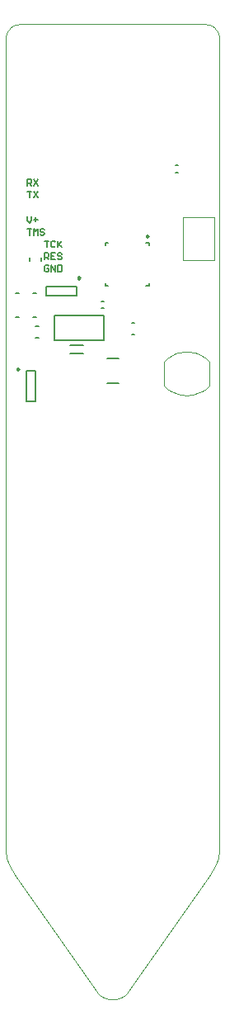
<source format=gto>
G04*
G04 #@! TF.GenerationSoftware,Altium Limited,Altium Designer,19.1.5 (86)*
G04*
G04 Layer_Color=65535*
%FSLAX25Y25*%
%MOIN*%
G70*
G01*
G75*
%ADD10C,0.00984*%
%ADD11C,0.00394*%
%ADD12C,0.00394*%
%ADD13C,0.00787*%
%ADD14C,0.00600*%
%ADD15C,0.00050*%
D10*
X57899Y308194D02*
X57161Y308621D01*
Y307768D01*
X57899Y308194D01*
X5424Y254574D02*
X4685Y255001D01*
Y254148D01*
X5424Y254574D01*
X30179Y291413D02*
X29441Y291840D01*
Y290987D01*
X30179Y291413D01*
D11*
X73840Y283971D02*
D03*
X14174Y275612D02*
D03*
X33229Y260728D02*
D03*
D12*
X64048Y247779D02*
X64765Y247113D01*
X65530Y246503D01*
X66339Y245952D01*
X67186Y245463D01*
X68068Y245038D01*
X68979Y244681D01*
X69914Y244392D01*
X70868Y244175D01*
X71835Y244029D01*
X72811Y243956D01*
X73789D01*
X74765Y244029D01*
X75732Y244175D01*
X76687Y244392D01*
X77622Y244681D01*
X78532Y245038D01*
X79414Y245463D01*
X80261Y245952D01*
X81070Y246503D01*
X81835Y247113D01*
X82552Y247779D01*
X82552Y257621D02*
X81835Y258287D01*
X81070Y258897D01*
X80261Y259448D01*
X79414Y259937D01*
X78532Y260362D01*
X77622Y260719D01*
X76687Y261008D01*
X75732Y261225D01*
X74765Y261371D01*
X73789Y261444D01*
X72811D01*
X71835Y261371D01*
X70868Y261226D01*
X69914Y261008D01*
X68979Y260719D01*
X68068Y260362D01*
X67186Y259937D01*
X66339Y259448D01*
X65530Y258897D01*
X64765Y258287D01*
X64048Y257621D01*
X84591Y298670D02*
Y315993D01*
X71992Y298670D02*
X84591D01*
X71992D02*
Y315993D01*
X84591D01*
X64048Y247779D02*
Y257621D01*
X82552Y247779D02*
Y257621D01*
D13*
X68709Y333943D02*
X69890D01*
X68709Y336857D02*
X69890D01*
X40478Y304553D02*
Y305635D01*
X41561D01*
X40478Y288116D02*
Y289198D01*
Y288116D02*
X41561D01*
X56915D02*
X57998D01*
Y289198D01*
Y304553D02*
Y305635D01*
X56915D02*
X57998D01*
X38709Y281957D02*
X39891D01*
X38709Y279043D02*
X39891D01*
X51109Y268458D02*
X52290D01*
X51109Y273143D02*
X52290D01*
X8475Y241582D02*
X12018D01*
X8475Y253787D02*
X12018D01*
Y241582D02*
Y253787D01*
X8475Y241582D02*
Y253787D01*
X41038Y258918D02*
X45762D01*
X41038Y248682D02*
X45762D01*
X12209Y267038D02*
X13390D01*
X12209Y271762D02*
X13390D01*
X9838Y298210D02*
Y299391D01*
X14562Y298210D02*
Y299391D01*
X4135Y285061D02*
X5335D01*
X11202D02*
X12402D01*
X4135Y275612D02*
X5335D01*
X11202D02*
X12402D01*
X16498Y284032D02*
X28702D01*
X16498Y287968D02*
X28702D01*
X16498Y284032D02*
Y287968D01*
X28702Y284032D02*
Y287968D01*
X26241Y260728D02*
X31359D01*
X26241Y264272D02*
X31359D01*
X19900Y276300D02*
X39900D01*
X19900Y266300D02*
Y276300D01*
Y266300D02*
X39900D01*
Y276300D01*
D14*
X17633Y296066D02*
X17200Y296499D01*
X16333D01*
X15900Y296066D01*
Y294333D01*
X16333Y293900D01*
X17200D01*
X17633Y294333D01*
Y295200D01*
X16766D01*
X18499Y293900D02*
Y296499D01*
X20232Y293900D01*
Y296499D01*
X21098D02*
Y293900D01*
X22398D01*
X22831Y294333D01*
Y296066D01*
X22398Y296499D01*
X21098D01*
X15900Y298800D02*
Y301399D01*
X17200D01*
X17633Y300966D01*
Y300100D01*
X17200Y299666D01*
X15900D01*
X16766D02*
X17633Y298800D01*
X20232Y301399D02*
X18499D01*
Y298800D01*
X20232D01*
X18499Y300100D02*
X19365D01*
X22831Y300966D02*
X22398Y301399D01*
X21531D01*
X21098Y300966D01*
Y300533D01*
X21531Y300100D01*
X22398D01*
X22831Y299666D01*
Y299233D01*
X22398Y298800D01*
X21531D01*
X21098Y299233D01*
X15900Y306299D02*
X17633D01*
X16766D01*
Y303700D01*
X20232Y305866D02*
X19799Y306299D01*
X18932D01*
X18499Y305866D01*
Y304133D01*
X18932Y303700D01*
X19799D01*
X20232Y304133D01*
X21098Y306299D02*
Y303700D01*
Y304566D01*
X22831Y306299D01*
X21531Y305000D01*
X22831Y303700D01*
X8800Y311199D02*
X10533D01*
X9666D01*
Y308600D01*
X11399D02*
Y311199D01*
X12266Y310333D01*
X13132Y311199D01*
Y308600D01*
X15731Y310766D02*
X15298Y311199D01*
X14432D01*
X13998Y310766D01*
Y310333D01*
X14432Y309900D01*
X15298D01*
X15731Y309466D01*
Y309033D01*
X15298Y308600D01*
X14432D01*
X13998Y309033D01*
X8800Y316199D02*
Y314466D01*
X9666Y313600D01*
X10533Y314466D01*
Y316199D01*
X11399Y314900D02*
X13132D01*
X12266Y315766D02*
Y314033D01*
X8800Y326299D02*
X10533D01*
X9666D01*
Y323700D01*
X11399Y326299D02*
X13132Y323700D01*
Y326299D02*
X11399Y323700D01*
X8800Y328600D02*
Y331199D01*
X10100D01*
X10533Y330766D01*
Y329900D01*
X10100Y329466D01*
X8800D01*
X9666D02*
X10533Y328600D01*
X11399Y331199D02*
X13132Y328600D01*
Y331199D02*
X11399Y328600D01*
D15*
X83079Y50936D02*
X83633Y51771D01*
X84143Y52633D01*
X84609Y53520D01*
X85029Y54430D01*
X85403Y55360D01*
X85728Y56307D01*
X86005Y57270D01*
X86233Y58246D01*
X86410Y59232D01*
X86537Y60226D01*
X86614Y61225D01*
X86639Y62227D01*
X36882Y3383D02*
X37511Y2596D01*
X38236Y1897D01*
X39044Y1295D01*
X39922Y802D01*
X40855Y425D01*
X41830Y170D01*
X42829Y41D01*
X43836D01*
X44835Y170D01*
X45809Y425D01*
X46743Y802D01*
X47621Y1295D01*
X48428Y1897D01*
X49153Y2596D01*
X49782Y3383D01*
X25Y62227D02*
X51Y61225D01*
X127Y60226D01*
X254Y59232D01*
X432Y58246D01*
X659Y57270D01*
X936Y56307D01*
X1262Y55360D01*
X1635Y54430D01*
X2055Y53520D01*
X2521Y52633D01*
X3031Y51771D01*
X3585Y50936D01*
X5931Y393726D02*
X4905Y393636D01*
X3911Y393370D01*
X2978Y392935D01*
X2135Y392344D01*
X1407Y391616D01*
X816Y390773D01*
X381Y389840D01*
X115Y388846D01*
X25Y387820D01*
X86639Y387820D02*
X86550Y388846D01*
X86283Y389840D01*
X85848Y390773D01*
X85258Y391616D01*
X84530Y392344D01*
X83686Y392935D01*
X82753Y393370D01*
X81759Y393636D01*
X80734Y393726D01*
X86639Y62227D02*
Y387820D01*
X49782Y3383D02*
X83079Y50936D01*
X3585D02*
X36882Y3383D01*
X25Y62227D02*
Y387820D01*
X5931Y393726D02*
X80734D01*
M02*

</source>
